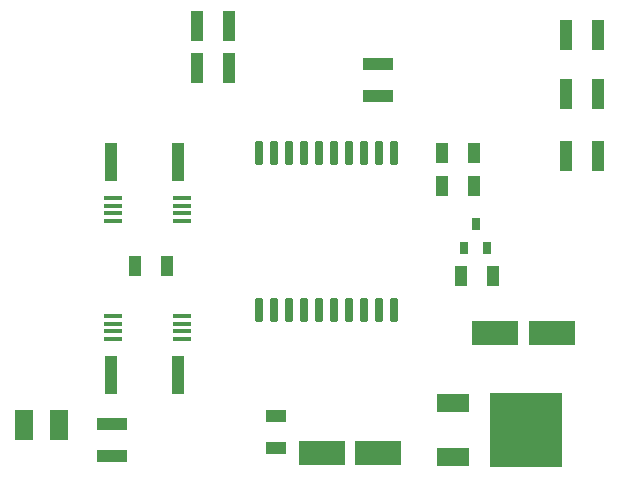
<source format=gtp>
G04*
G04 #@! TF.GenerationSoftware,Altium Limited,Altium Designer,18.0.7 (293)*
G04*
G04 Layer_Color=8421504*
%FSLAX25Y25*%
%MOIN*%
G70*
G01*
G75*
%ADD13R,0.04331X0.12992*%
%ADD14R,0.10236X0.04331*%
%ADD15R,0.04331X0.10236*%
G04:AMPARAMS|DCode=16|XSize=78.35mil|YSize=24.8mil|CornerRadius=1.98mil|HoleSize=0mil|Usage=FLASHONLY|Rotation=90.000|XOffset=0mil|YOffset=0mil|HoleType=Round|Shape=RoundedRectangle|*
%AMROUNDEDRECTD16*
21,1,0.07835,0.02084,0,0,90.0*
21,1,0.07438,0.02480,0,0,90.0*
1,1,0.00397,0.01042,0.03719*
1,1,0.00397,0.01042,-0.03719*
1,1,0.00397,-0.01042,-0.03719*
1,1,0.00397,-0.01042,0.03719*
%
%ADD16ROUNDEDRECTD16*%
%ADD17R,0.24016X0.24803*%
%ADD18R,0.11024X0.05906*%
%ADD19R,0.05906X0.01575*%
%ADD20R,0.05906X0.10236*%
%ADD21R,0.04331X0.06693*%
%ADD22R,0.15748X0.07874*%
%ADD23R,0.06693X0.04331*%
%ADD24R,0.02756X0.03937*%
D13*
X65354Y128937D02*
D03*
X42913D02*
D03*
X65354Y58071D02*
D03*
X42913D02*
D03*
D14*
X131890Y161811D02*
D03*
Y151181D02*
D03*
X43307Y41732D02*
D03*
Y31102D02*
D03*
D15*
X82087Y160433D02*
D03*
X71457D02*
D03*
X82087Y174213D02*
D03*
X71457D02*
D03*
X194488Y130905D02*
D03*
X205118D02*
D03*
X194488Y151575D02*
D03*
X205118D02*
D03*
X194488Y171260D02*
D03*
X205118D02*
D03*
D16*
X92283Y79843D02*
D03*
X97283D02*
D03*
X102283D02*
D03*
X107283D02*
D03*
X112283D02*
D03*
X117283D02*
D03*
X122283D02*
D03*
X127283D02*
D03*
X132283D02*
D03*
X137283D02*
D03*
Y131890D02*
D03*
X132283D02*
D03*
X127283D02*
D03*
X122283D02*
D03*
X117283D02*
D03*
X112283D02*
D03*
X107283D02*
D03*
X102283D02*
D03*
X97283D02*
D03*
X92283D02*
D03*
D17*
X181398Y39567D02*
D03*
D18*
X156791Y30622D02*
D03*
Y48622D02*
D03*
D19*
X43701Y117028D02*
D03*
Y114469D02*
D03*
X66535Y117028D02*
D03*
Y114469D02*
D03*
X43701Y111909D02*
D03*
Y109350D02*
D03*
X66535Y111909D02*
D03*
Y109350D02*
D03*
X43701Y77658D02*
D03*
Y75098D02*
D03*
X66535Y77658D02*
D03*
Y75098D02*
D03*
X43701Y72539D02*
D03*
Y69980D02*
D03*
X66535Y72539D02*
D03*
Y69980D02*
D03*
D20*
X13780Y41339D02*
D03*
X25591D02*
D03*
D21*
X61417Y94488D02*
D03*
X50787D02*
D03*
X170315Y91000D02*
D03*
X159685D02*
D03*
X163779Y131890D02*
D03*
X153150D02*
D03*
X163779Y121063D02*
D03*
X153150D02*
D03*
D22*
X113102Y32000D02*
D03*
X132000D02*
D03*
X189898Y72000D02*
D03*
X171000D02*
D03*
D23*
X98000Y33685D02*
D03*
Y44315D02*
D03*
D24*
X168370Y100457D02*
D03*
X160496D02*
D03*
X164433Y108331D02*
D03*
M02*

</source>
